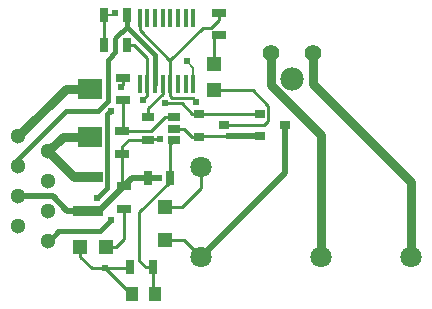
<source format=gbr>
G04 #@! TF.FileFunction,Copper,L1,Top,Signal*
%FSLAX46Y46*%
G04 Gerber Fmt 4.6, Leading zero omitted, Abs format (unit mm)*
G04 Created by KiCad (PCBNEW 4.0.7-e2-6376~58~ubuntu16.04.1) date Sun Jan 14 05:36:03 2018*
%MOMM*%
%LPD*%
G01*
G04 APERTURE LIST*
%ADD10C,0.100000*%
%ADD11R,0.700000X1.300000*%
%ADD12C,1.300000*%
%ADD13C,1.397000*%
%ADD14C,1.981000*%
%ADD15R,1.300000X0.700000*%
%ADD16R,0.900000X0.800000*%
%ADD17R,1.000000X1.250000*%
%ADD18C,1.800000*%
%ADD19R,2.500000X0.900000*%
%ADD20R,0.350000X1.600000*%
%ADD21R,2.159000X1.778000*%
%ADD22R,1.200000X1.200000*%
%ADD23R,1.060000X0.650000*%
%ADD24C,0.609600*%
%ADD25C,0.254000*%
%ADD26C,0.152400*%
%ADD27C,0.508000*%
%ADD28C,0.762000*%
%ADD29C,0.381000*%
G04 APERTURE END LIST*
D10*
D11*
X151127500Y-92824300D03*
X149227500Y-92824300D03*
D12*
X141922500Y-108204000D03*
X141922500Y-105664000D03*
X141922500Y-103124000D03*
X141922500Y-110744000D03*
X144462500Y-104394000D03*
X144462500Y-106934000D03*
X144462500Y-109474000D03*
X144462500Y-112014000D03*
D13*
X166870260Y-96019620D03*
X163370260Y-96019620D03*
D14*
X165120260Y-98249620D03*
D15*
X150898860Y-107332740D03*
X150898860Y-109232740D03*
X150771860Y-104584540D03*
X150771860Y-102684540D03*
X150807420Y-100043020D03*
X150807420Y-98143020D03*
D11*
X154795260Y-106641900D03*
X152895260Y-106641900D03*
D15*
X158940500Y-92636300D03*
X158940500Y-94536300D03*
D16*
X162391380Y-101180860D03*
X162391380Y-103080860D03*
X164491380Y-102130860D03*
D17*
X153537160Y-116481860D03*
X151537160Y-116481860D03*
D18*
X157416500Y-113317020D03*
X167576500Y-113317020D03*
X175196500Y-113317020D03*
X157416500Y-105697020D03*
D19*
X147835620Y-106568580D03*
X147835620Y-109468580D03*
D20*
X152220500Y-98672300D03*
X152870500Y-98672300D03*
X153520500Y-98672300D03*
X154170500Y-98672300D03*
X154820500Y-98672300D03*
X155470500Y-98672300D03*
X156120500Y-98672300D03*
X156770500Y-98672300D03*
X156770500Y-93072300D03*
X156120500Y-93072300D03*
X155470500Y-93072300D03*
X154820500Y-93072300D03*
X154170500Y-93072300D03*
X153520500Y-93072300D03*
X152870500Y-93072300D03*
X152220500Y-93072300D03*
D21*
X147980400Y-99098100D03*
X147980400Y-103162100D03*
D22*
X154348180Y-109087460D03*
X154348180Y-111887460D03*
D16*
X157240260Y-101241820D03*
X157240260Y-103141820D03*
X159340260Y-102191820D03*
D11*
X153344920Y-114170460D03*
X151444920Y-114170460D03*
X151127500Y-95364300D03*
X149227500Y-95364300D03*
D23*
X155156260Y-103400940D03*
X155156260Y-102450940D03*
X155156260Y-101500940D03*
X152956260Y-101500940D03*
X152956260Y-103400940D03*
D22*
X158483300Y-97027820D03*
X158483300Y-99227820D03*
X149397900Y-112448340D03*
X147197900Y-112448340D03*
D24*
X150114000Y-92710000D03*
X156210000Y-96774000D03*
X149288500Y-114287300D03*
X159766000Y-103080860D03*
X150685500Y-98920300D03*
X153987500Y-103365300D03*
X157035500Y-100190300D03*
X153860500Y-106667300D03*
X149796500Y-110223300D03*
X148653500Y-108318300D03*
X154377792Y-100326592D03*
X149796500Y-100952300D03*
X152481139Y-99996127D03*
D25*
X154795260Y-106641900D02*
X154795260Y-106941900D01*
X154795260Y-106941900D02*
X152209500Y-109527660D01*
X152209500Y-109527660D02*
X152209500Y-113652300D01*
X152209500Y-113652300D02*
X152727660Y-114170460D01*
X152727660Y-114170460D02*
X153344920Y-114170460D01*
X154795260Y-106641900D02*
X154795260Y-103761940D01*
X154795260Y-103761940D02*
X155156260Y-103400940D01*
X153344920Y-114170460D02*
X153344920Y-116289620D01*
X153344920Y-116289620D02*
X153537160Y-116481860D01*
D26*
X149227500Y-92824300D02*
X149999700Y-92824300D01*
X149999700Y-92824300D02*
X150114000Y-92710000D01*
X156770500Y-98672300D02*
X156770500Y-97334500D01*
X156770500Y-97334500D02*
X156210000Y-96774000D01*
D25*
X159766000Y-103080860D02*
X157301220Y-103080860D01*
X157301220Y-103080860D02*
X157240260Y-103141820D01*
X156654500Y-103165180D02*
X157216900Y-103165180D01*
X157216900Y-103165180D02*
X157240260Y-103141820D01*
X155156260Y-102450940D02*
X155940260Y-102450940D01*
X155940260Y-102450940D02*
X156654500Y-103165180D01*
X149288500Y-114287300D02*
X151483060Y-116481860D01*
X151483060Y-116481860D02*
X151537160Y-116481860D01*
X149288500Y-114287300D02*
X151328080Y-114287300D01*
X151328080Y-114287300D02*
X151444920Y-114170460D01*
X147197900Y-112448340D02*
X147197900Y-113302340D01*
X147197900Y-113302340D02*
X148182860Y-114287300D01*
X148182860Y-114287300D02*
X149288500Y-114287300D01*
D27*
X162391380Y-103080860D02*
X159766000Y-103080860D01*
D25*
X150807420Y-98143020D02*
X150807420Y-98798380D01*
X150807420Y-98798380D02*
X150685500Y-98920300D01*
X149227500Y-92824300D02*
X149227500Y-93728300D01*
X149227500Y-93728300D02*
X149227500Y-95364300D01*
X148170900Y-99098100D02*
X147980400Y-99098100D01*
D28*
X147980400Y-99098100D02*
X145948400Y-99098100D01*
X145948400Y-99098100D02*
X141922500Y-103124000D01*
X144462500Y-104394000D02*
X145645901Y-105577401D01*
X145645901Y-105577401D02*
X145658601Y-105577401D01*
X145658601Y-105577401D02*
X146649780Y-106568580D01*
X146649780Y-106568580D02*
X147835620Y-106568580D01*
X144462500Y-104394000D02*
X145694400Y-103162100D01*
X145694400Y-103162100D02*
X147980400Y-103162100D01*
D25*
X150898860Y-111801380D02*
X150898860Y-109232740D01*
X149397900Y-112448340D02*
X150251900Y-112448340D01*
X150251900Y-112448340D02*
X150898860Y-111801380D01*
X158508700Y-94635360D02*
X158508700Y-97002420D01*
X158508700Y-97002420D02*
X158483300Y-97027820D01*
X150771860Y-103913940D02*
X151284860Y-103400940D01*
X151284860Y-103400940D02*
X152956260Y-103400940D01*
X150771860Y-104584540D02*
X150771860Y-103913940D01*
X153987500Y-103365300D02*
X152991900Y-103365300D01*
X152991900Y-103365300D02*
X152956260Y-103400940D01*
X157035500Y-100190300D02*
X156730701Y-99885501D01*
X156730701Y-99885501D02*
X154979701Y-99885501D01*
X154820500Y-99726300D02*
X154820500Y-98672300D01*
X154979701Y-99885501D02*
X154820500Y-99726300D01*
X150771860Y-104584540D02*
X150771860Y-107205740D01*
X150771860Y-107205740D02*
X150898860Y-107332740D01*
D27*
X152895260Y-106641900D02*
X153835100Y-106641900D01*
X153835100Y-106641900D02*
X153860500Y-106667300D01*
X152895260Y-106641900D02*
X151589700Y-106641900D01*
X151589700Y-106641900D02*
X150898860Y-107332740D01*
X147835620Y-109468580D02*
X148763020Y-109468580D01*
X148763020Y-109468580D02*
X150898860Y-107332740D01*
D25*
X154820500Y-96726300D02*
X154820500Y-96690300D01*
X158940500Y-93240300D02*
X158940500Y-92636300D01*
X154820500Y-96690300D02*
X157603901Y-93906899D01*
X157603901Y-93906899D02*
X158273901Y-93906899D01*
X158273901Y-93906899D02*
X158940500Y-93240300D01*
X152220500Y-93072300D02*
X152220500Y-94126300D01*
X152220500Y-94126300D02*
X154820500Y-96726300D01*
X154820500Y-96726300D02*
X154820500Y-97618300D01*
X154820500Y-97618300D02*
X154820500Y-98672300D01*
D27*
X145986500Y-109334300D02*
X145986500Y-109377460D01*
X145986500Y-109377460D02*
X146077620Y-109468580D01*
X146077620Y-109468580D02*
X147835620Y-109468580D01*
X144856200Y-108204000D02*
X145986500Y-109334300D01*
X141922500Y-108204000D02*
X144856200Y-108204000D01*
D25*
X154348180Y-109087460D02*
X155180840Y-109087460D01*
X155180840Y-109087460D02*
X155182920Y-109085380D01*
X155182920Y-109085380D02*
X155790900Y-109085380D01*
X155790900Y-109085380D02*
X157416500Y-107459780D01*
X157416500Y-107459780D02*
X157416500Y-105697020D01*
D29*
X150139400Y-94843400D02*
X150241000Y-94741800D01*
X149920401Y-96288621D02*
X149920401Y-96205599D01*
X149920401Y-96205599D02*
X150139400Y-95986600D01*
X150139400Y-95986600D02*
X150139400Y-94843400D01*
X149565599Y-96643423D02*
X149920401Y-96288621D01*
X150241000Y-94741800D02*
X151127500Y-93855300D01*
X145986500Y-100952300D02*
X148711922Y-100952300D01*
X148711922Y-100952300D02*
X149565599Y-100098623D01*
X141922500Y-105664000D02*
X141922500Y-105016300D01*
X141922500Y-105016300D02*
X145986500Y-100952300D01*
X149565599Y-100098623D02*
X149565599Y-96643423D01*
X151127500Y-92824300D02*
X151127500Y-93855300D01*
X151127500Y-93855300D02*
X153520500Y-96248300D01*
X153520500Y-96248300D02*
X153520500Y-97491300D01*
X153520500Y-97491300D02*
X153520500Y-98672300D01*
D25*
X151127500Y-92824300D02*
X151127500Y-93728300D01*
X151127500Y-93728300D02*
X153520500Y-96121300D01*
X153520500Y-96121300D02*
X153520500Y-97618300D01*
X153520500Y-97618300D02*
X153520500Y-98672300D01*
D28*
X166870260Y-98686500D02*
X175196500Y-107012740D01*
X175196500Y-107012740D02*
X175196500Y-113317020D01*
X166870260Y-96019620D02*
X166870260Y-98686500D01*
X163370260Y-96019620D02*
X163370260Y-98754994D01*
X163370260Y-98754994D02*
X167576500Y-102961234D01*
X167576500Y-102961234D02*
X167576500Y-112044228D01*
X167576500Y-112044228D02*
X167576500Y-113317020D01*
D25*
X152956260Y-101500940D02*
X152956260Y-100714462D01*
X152956260Y-100714462D02*
X154170500Y-99500222D01*
X154170500Y-99500222D02*
X154170500Y-98672300D01*
X154180660Y-98682460D02*
X154170500Y-98672300D01*
D27*
X164491380Y-102130860D02*
X164491380Y-106242140D01*
X164491380Y-106242140D02*
X157416500Y-113317020D01*
D25*
X154348180Y-111887460D02*
X155986940Y-111887460D01*
X155986940Y-111887460D02*
X157416500Y-113317020D01*
X158483300Y-99227820D02*
X161791262Y-99227820D01*
X161791262Y-99227820D02*
X163120781Y-100557339D01*
X163120781Y-100557339D02*
X163120781Y-101804381D01*
X163120781Y-101804381D02*
X162733342Y-102191820D01*
X162733342Y-102191820D02*
X160044260Y-102191820D01*
X160044260Y-102191820D02*
X159340260Y-102191820D01*
D29*
X149796500Y-110223300D02*
X148894800Y-111125000D01*
X148894800Y-111125000D02*
X145351500Y-111125000D01*
X145351500Y-111125000D02*
X145112499Y-111364001D01*
X145112499Y-111364001D02*
X144462500Y-112014000D01*
X149796500Y-100952300D02*
X149491701Y-101257099D01*
X149491701Y-101257099D02*
X149491701Y-107480099D01*
X149491701Y-107480099D02*
X148653500Y-108318300D01*
D25*
X155775660Y-100317300D02*
X156639260Y-101180900D01*
X154377792Y-100326592D02*
X155766368Y-100326592D01*
X155766368Y-100326592D02*
X155775660Y-100317300D01*
X152870500Y-99606766D02*
X152481139Y-99996127D01*
X152870500Y-98672300D02*
X152870500Y-99606766D01*
X156639260Y-101180900D02*
X157179340Y-101180900D01*
X157179340Y-101180900D02*
X157240260Y-101241820D01*
X151127500Y-95364300D02*
X151731500Y-95364300D01*
X151731500Y-95364300D02*
X152870500Y-96503300D01*
X152870500Y-96503300D02*
X152870500Y-97618300D01*
X152870500Y-97618300D02*
X152870500Y-98672300D01*
X162391380Y-101180860D02*
X157301220Y-101180860D01*
X157301220Y-101180860D02*
X157240260Y-101241820D01*
X155156260Y-101500940D02*
X154372260Y-101500940D01*
X154372260Y-101500940D02*
X153188660Y-102684540D01*
X153188660Y-102684540D02*
X151675860Y-102684540D01*
X151675860Y-102684540D02*
X150771860Y-102684540D01*
X150807420Y-100043020D02*
X150807420Y-102648980D01*
X150807420Y-102648980D02*
X150771860Y-102684540D01*
M02*

</source>
